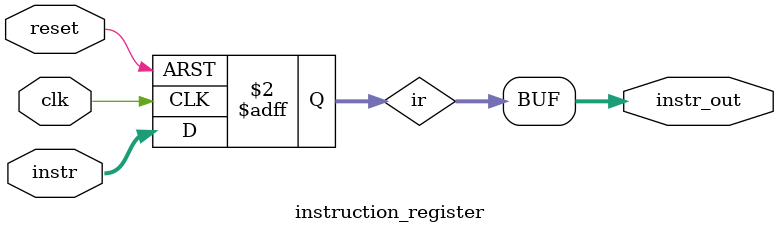
<source format=v>
`timescale 1ns / 1ps


module instruction_register(
    input [15:0] instr,
    input clk,
    input reset,
    output [15:0]instr_out
    );
    reg [15:0] ir;
    always @(posedge clk or posedge reset) begin
        if (reset) ir<= 16'h0000;
        else ir <= instr;
    end
    assign instr_out = ir;
endmodule

</source>
